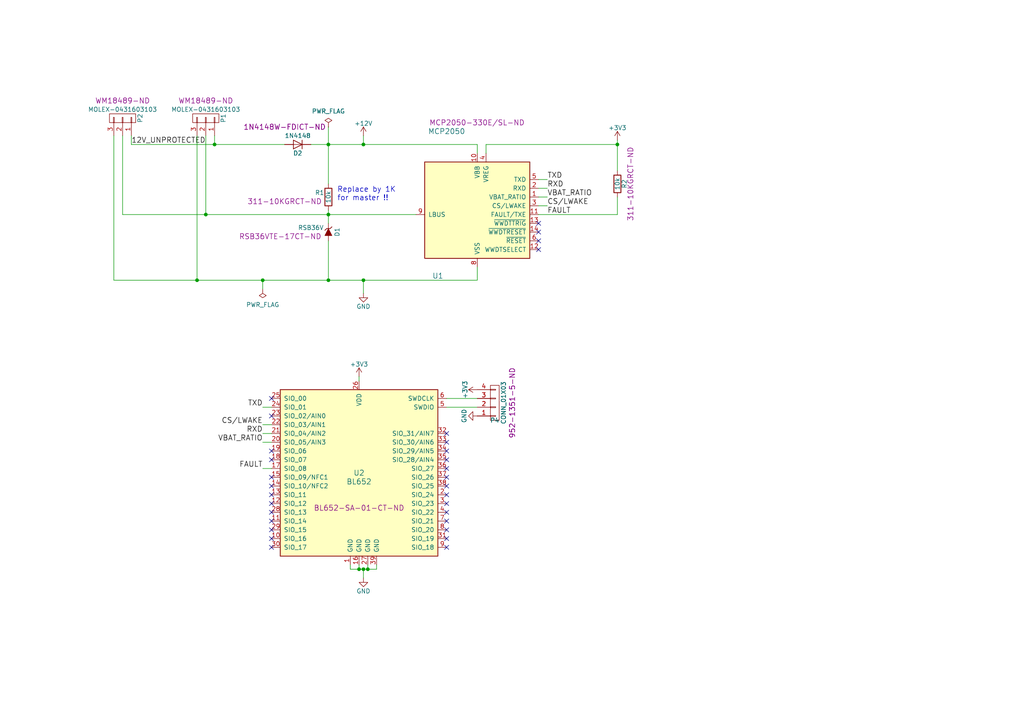
<source format=kicad_sch>
(kicad_sch (version 20230121) (generator eeschema)
  (paper "A4")
  (lib_symbols
    (symbol "lin_bluetooth_gateway-rescue:+12V" (power) (pin_names (offset 0))
      (property "Value" "+12V" (at 0 3.556 0))
      (symbol "+12V_0_1"
        (polyline (pts (xy -0.762 1.27) (xy 0 2.54)))
        (polyline (pts (xy 0 0) (xy 0 2.54)))
        (polyline (pts (xy 0 2.54) (xy 0.762 1.27)))
      )
      (symbol "+12V_1_1"
        (pin power_in line (at 0 0 90) (length 0) hide (name "+12V") (number "1"))
      )
    )
    (symbol "lin_bluetooth_gateway-rescue:+3V3" (power) (pin_names (offset 0))
      (property "Value" "+3V3" (at 0 3.556 0))
      (symbol "+3V3_0_1"
        (polyline (pts (xy -0.762 1.27) (xy 0 2.54)))
        (polyline (pts (xy 0 0) (xy 0 2.54)))
        (polyline (pts (xy 0 2.54) (xy 0.762 1.27)))
      )
      (symbol "+3V3_1_1"
        (pin power_in line (at 0 0 90) (length 0) hide (name "+3V3") (number "1"))
      )
    )
    (symbol "lin_bluetooth_gateway-rescue:BL652" (pin_names (offset 1.016))
      (property "Reference" "U" (at 0 1.27 0))
      (property "Value" "BL652" (at 0 -1.27 0))
      (symbol "BL652_0_1"
        (rectangle (start 22.86 25.4) (end -22.86 -22.86) (stroke (width 0.254)) (fill (type background)))
      )
      (symbol "BL652_1_1"
        (pin power_in line (at -2.54 -25.4 90) (length 2.54) (name "GND") (number "1"))
        (pin bidirectional line (at -25.4 -17.78 0) (length 2.54) (name "SIO_16") (number "10"))
        (pin bidirectional line (at -25.4 -12.7 0) (length 2.54) (name "SIO_14") (number "11"))
        (pin bidirectional line (at -25.4 -7.62 0) (length 2.54) (name "SIO_12") (number "12"))
        (pin bidirectional line (at -25.4 -5.08 0) (length 2.54) (name "SIO_11") (number "13"))
        (pin bidirectional line (at -25.4 -2.54 0) (length 2.54) (name "SIO_10/NFC2") (number "14"))
        (pin bidirectional line (at -25.4 0 0) (length 2.54) (name "SIO_09/NFC1") (number "15"))
        (pin power_in line (at 0 -25.4 90) (length 2.54) (name "GND") (number "16"))
        (pin bidirectional line (at -25.4 2.54 0) (length 2.54) (name "SIO_08") (number "17"))
        (pin bidirectional line (at -25.4 5.08 0) (length 2.54) (name "SIO_07") (number "18"))
        (pin bidirectional line (at -25.4 7.62 0) (length 2.54) (name "SIO_06") (number "19"))
        (pin bidirectional line (at 25.4 -5.08 180) (length 2.54) (name "SIO_24") (number "2"))
        (pin bidirectional line (at -25.4 10.16 0) (length 2.54) (name "SIO_05/AIN3") (number "20"))
        (pin bidirectional line (at -25.4 12.7 0) (length 2.54) (name "SIO_04/AIN2") (number "21"))
        (pin bidirectional line (at -25.4 15.24 0) (length 2.54) (name "SIO_03/AIN1") (number "22"))
        (pin bidirectional line (at -25.4 17.78 0) (length 2.54) (name "SIO_02/AIN0") (number "23"))
        (pin bidirectional line (at -25.4 20.32 0) (length 2.54) (name "SIO_01") (number "24"))
        (pin bidirectional line (at -25.4 22.86 0) (length 2.54) (name "SIO_00") (number "25"))
        (pin power_in line (at 0 27.94 270) (length 2.54) (name "VDD") (number "26"))
        (pin power_in line (at 2.54 -25.4 90) (length 2.54) (name "GND") (number "27"))
        (pin bidirectional line (at -25.4 -10.16 0) (length 2.54) (name "SIO_13") (number "28"))
        (pin bidirectional line (at -25.4 -15.24 0) (length 2.54) (name "SIO_15") (number "29"))
        (pin bidirectional line (at 25.4 -7.62 180) (length 2.54) (name "SIO_23") (number "3"))
        (pin bidirectional line (at -25.4 -20.32 0) (length 2.54) (name "SIO_17") (number "30"))
        (pin bidirectional line (at 25.4 -17.78 180) (length 2.54) (name "SIO_19") (number "31"))
        (pin bidirectional line (at 25.4 12.7 180) (length 2.54) (name "SIO_31/AIN7") (number "32"))
        (pin bidirectional line (at 25.4 10.16 180) (length 2.54) (name "SIO_30/AIN6") (number "33"))
        (pin bidirectional line (at 25.4 7.62 180) (length 2.54) (name "SIO_29/AIN5") (number "34"))
        (pin bidirectional line (at 25.4 5.08 180) (length 2.54) (name "SIO_28/AIN4") (number "35"))
        (pin bidirectional line (at 25.4 2.54 180) (length 2.54) (name "SIO_27") (number "36"))
        (pin bidirectional line (at 25.4 0 180) (length 2.54) (name "SIO_26") (number "37"))
        (pin bidirectional line (at 25.4 -2.54 180) (length 2.54) (name "SIO_25") (number "38"))
        (pin power_in line (at 5.08 -25.4 90) (length 2.54) (name "GND") (number "39"))
        (pin bidirectional line (at 25.4 -10.16 180) (length 2.54) (name "SIO_22") (number "4"))
        (pin bidirectional line (at 25.4 20.32 180) (length 2.54) (name "SWDIO") (number "5"))
        (pin bidirectional line (at 25.4 22.86 180) (length 2.54) (name "SWDCLK") (number "6"))
        (pin bidirectional line (at 25.4 -12.7 180) (length 2.54) (name "SIO_21") (number "7"))
        (pin bidirectional line (at 25.4 -15.24 180) (length 2.54) (name "SIO_20") (number "8"))
        (pin bidirectional line (at 25.4 -20.32 180) (length 2.54) (name "SIO_18") (number "9"))
      )
    )
    (symbol "lin_bluetooth_gateway-rescue:CONN_01X03" (pin_names (offset 1.016) hide)
      (property "Reference" "P" (at 0 5.08 0))
      (property "Value" "CONN_01X03" (at 2.54 0 90))
      (symbol "CONN_01X03_0_1"
        (rectangle (start -1.27 -2.413) (end 0.254 -2.667))
        (rectangle (start -1.27 0.127) (end 0.254 -0.127))
        (rectangle (start -1.27 2.667) (end 0.254 2.413))
        (rectangle (start -1.27 3.81) (end 1.27 -3.81))
      )
      (symbol "CONN_01X03_1_1"
        (pin passive line (at -5.08 2.54 0) (length 3.81) (name "P1") (number "1"))
        (pin passive line (at -5.08 0 0) (length 3.81) (name "P2") (number "2"))
        (pin passive line (at -5.08 -2.54 0) (length 3.81) (name "P3") (number "3"))
      )
    )
    (symbol "lin_bluetooth_gateway-rescue:CONN_01X04" (pin_names (offset 1.016) hide)
      (property "Reference" "P" (at 0 6.35 0))
      (property "Value" "CONN_01X04" (at 2.54 0 90))
      (symbol "CONN_01X04_0_1"
        (rectangle (start -1.27 -3.683) (end 0.254 -3.937))
        (rectangle (start -1.27 -1.143) (end 0.254 -1.397))
        (rectangle (start -1.27 1.397) (end 0.254 1.143))
        (rectangle (start -1.27 3.937) (end 0.254 3.683))
        (rectangle (start -1.27 5.08) (end 1.27 -5.08))
      )
      (symbol "CONN_01X04_1_1"
        (pin passive line (at -5.08 3.81 0) (length 3.81) (name "P1") (number "1"))
        (pin passive line (at -5.08 1.27 0) (length 3.81) (name "P2") (number "2"))
        (pin passive line (at -5.08 -1.27 0) (length 3.81) (name "P3") (number "3"))
        (pin passive line (at -5.08 -3.81 0) (length 3.81) (name "P4") (number "4"))
      )
    )
    (symbol "lin_bluetooth_gateway-rescue:D" (pin_numbers hide) (pin_names (offset 1.016) hide)
      (property "Reference" "D" (at 0 2.54 0))
      (property "Value" "D" (at 0 -2.54 0))
      (symbol "D_0_1"
        (polyline (pts (xy -1.27 1.27) (xy -1.27 -1.27)) (stroke (width 0.2032)))
        (polyline (pts (xy 1.27 0) (xy -1.27 0)))
        (polyline (pts (xy 1.27 1.27) (xy 1.27 -1.27) (xy -1.27 0) (xy 1.27 1.27)) (stroke (width 0.2032)))
      )
      (symbol "D_1_1"
        (pin passive line (at -3.81 0 0) (length 2.54) (name "K") (number "1"))
        (pin passive line (at 3.81 0 180) (length 2.54) (name "A") (number "2"))
      )
    )
    (symbol "lin_bluetooth_gateway-rescue:GND" (power) (pin_names (offset 0))
      (property "Value" "GND" (at 0 -3.81 0))
      (symbol "GND_0_1"
        (polyline (pts (xy 0 0) (xy 0 -1.27) (xy 1.27 -1.27) (xy 0 -2.54) (xy -1.27 -1.27) (xy 0 -1.27)))
      )
      (symbol "GND_1_1"
        (pin power_in line (at 0 0 270) (length 0) hide (name "GND") (number "1"))
      )
    )
    (symbol "lin_bluetooth_gateway-rescue:MCP2050" (pin_names (offset 1.016))
      (property "Reference" "U" (at -15.24 -13.97 0))
      (property "Value" "MCP2050" (at -15.24 16.51 0))
      (symbol "MCP2050_0_1"
        (rectangle (start -15.24 15.24) (end 15.24 -12.7) (stroke (width 0.254)) (fill (type background)))
      )
      (symbol "MCP2050_1_1"
        (pin output line (at 17.78 5.08 180) (length 2.54) (name "VBAT_RATIO") (number "1"))
        (pin power_in line (at 0 17.78 270) (length 2.54) (name "VBB") (number "10"))
        (pin open_collector line (at 17.78 0 180) (length 2.54) (name "FAULT/TXE") (number "11"))
        (pin input line (at 17.78 -10.16 180) (length 2.54) (name "WWDTSELECT") (number "12"))
        (pin input line (at 17.78 -2.54 180) (length 2.54) (name "~{WWDTTRIG}") (number "13"))
        (pin output line (at 17.78 -5.08 180) (length 2.54) (name "~{WWDTRESET}") (number "14"))
        (pin output line (at 17.78 7.62 180) (length 2.54) (name "RXD") (number "2"))
        (pin input line (at 17.78 2.54 180) (length 2.54) (name "CS/LWAKE") (number "3"))
        (pin power_out line (at 2.54 17.78 270) (length 2.54) (name "VREG") (number "4"))
        (pin input line (at 17.78 10.16 180) (length 2.54) (name "TXD") (number "5"))
        (pin output line (at 17.78 -7.62 180) (length 2.54) (name "~{RESET}") (number "6"))
        (pin no_connect line (at -17.78 -7.62 0) (length 2.54) hide (name "NC") (number "7"))
        (pin power_in line (at 0 -15.24 90) (length 2.54) (name "VSS") (number "8"))
        (pin open_collector line (at -17.78 0 0) (length 2.54) (name "LBUS") (number "9"))
      )
    )
    (symbol "lin_bluetooth_gateway-rescue:PWR_FLAG" (power) (pin_numbers hide) (pin_names (offset 0) hide)
      (property "Value" "PWR_FLAG" (at 0 3.81 0))
      (symbol "PWR_FLAG_0_0"
        (pin power_out line (at 0 0 90) (length 0) (name "pwr") (number "1"))
      )
      (symbol "PWR_FLAG_0_1"
        (polyline (pts (xy 0 0) (xy 0 1.27) (xy -1.016 1.905) (xy 0 2.54) (xy 1.016 1.905) (xy 0 1.27)))
      )
    )
    (symbol "lin_bluetooth_gateway-rescue:R" (pin_numbers hide) (pin_names (offset 0))
      (property "Reference" "R" (at 2.032 0 90))
      (property "Value" "R" (at 0 0 90))
      (symbol "R_0_1"
        (rectangle (start -1.016 -2.54) (end 1.016 2.54) (stroke (width 0.254)))
      )
      (symbol "R_1_1"
        (pin passive line (at 0 3.81 270) (length 1.27) (name "~") (number "1"))
        (pin passive line (at 0 -3.81 90) (length 1.27) (name "~") (number "2"))
      )
    )
    (symbol "lin_bluetooth_gateway-rescue:ZENERsmall" (pin_numbers hide) (pin_names (offset 1.016) hide)
      (property "Reference" "D" (at 0 2.54 0))
      (property "Value" "ZENERsmall" (at 0 -2.54 0))
      (symbol "ZENERsmall_0_1"
        (polyline (pts (xy -1.524 1.016) (xy -1.016 0.508) (xy -1.016 -0.508) (xy -0.508 -1.016)) (stroke (width 0.2032)))
        (polyline (pts (xy 1.016 1.016) (xy -1.016 0) (xy 1.016 -1.016) (xy 1.016 1.016)) (fill (type outline)))
      )
      (symbol "ZENERsmall_1_1"
        (pin passive line (at -2.54 0 0) (length 1.524) (name "K") (number "1"))
        (pin passive line (at 2.54 0 180) (length 1.524) (name "A") (number "2"))
      )
    )
  )
  (junction (at 105.41 41.91))
  (junction (at 106.68 165.1))
  (junction (at 76.2 81.28))
  (junction (at 62.23 41.91))
  (junction (at 179.07 41.91))
  (junction (at 104.14 165.1))
  (junction (at 95.25 41.91))
  (junction (at 95.25 81.28))
  (junction (at 105.41 81.28))
  (junction (at 57.15 81.28))
  (junction (at 59.69 62.23))
  (junction (at 105.41 165.1))
  (junction (at 95.25 62.23))
  (no_connect (at 156.21 64.77))
  (no_connect (at 156.21 69.85))
  (no_connect (at 78.74 140.97))
  (no_connect (at 129.54 133.35))
  (no_connect (at 129.54 143.51))
  (no_connect (at 156.21 67.31))
  (no_connect (at 129.54 140.97))
  (no_connect (at 78.74 148.59))
  (no_connect (at 78.74 153.67))
  (no_connect (at 78.74 151.13))
  (no_connect (at 78.74 138.43))
  (no_connect (at 78.74 120.65))
  (no_connect (at 129.54 146.05))
  (no_connect (at 78.74 146.05))
  (no_connect (at 129.54 125.73))
  (no_connect (at 129.54 156.21))
  (no_connect (at 78.74 130.81))
  (no_connect (at 78.74 158.75))
  (no_connect (at 156.21 72.39))
  (no_connect (at 129.54 138.43))
  (no_connect (at 129.54 128.27))
  (no_connect (at 129.54 148.59))
  (no_connect (at 78.74 115.57))
  (no_connect (at 78.74 143.51))
  (no_connect (at 129.54 153.67))
  (no_connect (at 129.54 158.75))
  (no_connect (at 78.74 133.35))
  (no_connect (at 129.54 130.81))
  (no_connect (at 78.74 156.21))
  (no_connect (at 129.54 151.13))
  (no_connect (at 129.54 135.89))
  (wire (pts (xy 129.54 115.57) (xy 138.43 115.57)))
  (wire (pts (xy 59.69 62.23) (xy 95.25 62.23)))
  (wire (pts (xy 33.02 81.28) (xy 57.15 81.28)))
  (wire (pts (xy 179.07 62.23) (xy 156.21 62.23)))
  (wire (pts (xy 105.41 41.91) (xy 138.43 41.91)))
  (wire (pts (xy 38.1 41.91) (xy 62.23 41.91)))
  (wire (pts (xy 101.6 163.83) (xy 101.6 165.1)))
  (wire (pts (xy 76.2 83.82) (xy 76.2 81.28)))
  (wire (pts (xy 106.68 165.1) (xy 109.22 165.1)))
  (wire (pts (xy 38.1 39.37) (xy 38.1 41.91)))
  (wire (pts (xy 105.41 41.91) (xy 105.41 39.37)))
  (wire (pts (xy 138.43 81.28) (xy 138.43 77.47)))
  (wire (pts (xy 95.25 36.83) (xy 95.25 41.91)))
  (wire (pts (xy 109.22 165.1) (xy 109.22 163.83)))
  (wire (pts (xy 95.25 60.96) (xy 95.25 62.23)))
  (wire (pts (xy 57.15 81.28) (xy 76.2 81.28)))
  (wire (pts (xy 138.43 41.91) (xy 138.43 44.45)))
  (wire (pts (xy 179.07 40.64) (xy 179.07 41.91)))
  (wire (pts (xy 95.25 41.91) (xy 105.41 41.91)))
  (wire (pts (xy 104.14 165.1) (xy 105.41 165.1)))
  (wire (pts (xy 35.56 39.37) (xy 35.56 62.23)))
  (wire (pts (xy 78.74 125.73) (xy 76.2 125.73)))
  (wire (pts (xy 95.25 69.85) (xy 95.25 81.28)))
  (wire (pts (xy 140.97 44.45) (xy 140.97 41.91)))
  (wire (pts (xy 138.43 118.11) (xy 129.54 118.11)))
  (wire (pts (xy 158.75 52.07) (xy 156.21 52.07)))
  (wire (pts (xy 156.21 54.61) (xy 158.75 54.61)))
  (wire (pts (xy 95.25 81.28) (xy 105.41 81.28)))
  (wire (pts (xy 78.74 128.27) (xy 76.2 128.27)))
  (wire (pts (xy 158.75 57.15) (xy 156.21 57.15)))
  (wire (pts (xy 90.17 41.91) (xy 95.25 41.91)))
  (wire (pts (xy 156.21 59.69) (xy 158.75 59.69)))
  (wire (pts (xy 101.6 165.1) (xy 104.14 165.1)))
  (wire (pts (xy 140.97 41.91) (xy 179.07 41.91)))
  (wire (pts (xy 179.07 57.15) (xy 179.07 62.23)))
  (wire (pts (xy 78.74 123.19) (xy 76.2 123.19)))
  (wire (pts (xy 59.69 39.37) (xy 59.69 62.23)))
  (wire (pts (xy 62.23 39.37) (xy 62.23 41.91)))
  (wire (pts (xy 105.41 81.28) (xy 105.41 85.09)))
  (wire (pts (xy 76.2 81.28) (xy 95.25 81.28)))
  (wire (pts (xy 179.07 41.91) (xy 179.07 49.53)))
  (wire (pts (xy 105.41 165.1) (xy 106.68 165.1)))
  (wire (pts (xy 57.15 39.37) (xy 57.15 81.28)))
  (wire (pts (xy 105.41 81.28) (xy 138.43 81.28)))
  (wire (pts (xy 105.41 165.1) (xy 105.41 167.64)))
  (wire (pts (xy 76.2 118.11) (xy 78.74 118.11)))
  (wire (pts (xy 62.23 41.91) (xy 82.55 41.91)))
  (wire (pts (xy 95.25 62.23) (xy 120.65 62.23)))
  (wire (pts (xy 95.25 41.91) (xy 95.25 53.34)))
  (wire (pts (xy 95.25 62.23) (xy 95.25 64.77)))
  (wire (pts (xy 78.74 135.89) (xy 76.2 135.89)))
  (wire (pts (xy 35.56 62.23) (xy 59.69 62.23)))
  (wire (pts (xy 104.14 163.83) (xy 104.14 165.1)))
  (wire (pts (xy 33.02 39.37) (xy 33.02 81.28)))
  (wire (pts (xy 106.68 163.83) (xy 106.68 165.1)))
  (wire (pts (xy 104.14 110.49) (xy 104.14 109.22)))
  (text "Replace by 1K\nfor master !!" (at 97.79 58.42 0) (effects (font (size 1.524 1.524)) (justify left bottom)))
  (label "RXD" (at 76.2 125.73 180) (effects (font (size 1.524 1.524))))
  (label "TXD" (at 158.75 52.07 0) (effects (font (size 1.524 1.524))))
  (label "FAULT" (at 76.2 135.89 180) (effects (font (size 1.524 1.524))))
  (label "VBAT_RATIO" (at 76.2 128.27 180) (effects (font (size 1.524 1.524))))
  (label "12V_UNPROTECTED" (at 38.1 41.91 0) (effects (font (size 1.524 1.524))))
  (label "VBAT_RATIO" (at 158.75 57.15 0) (effects (font (size 1.524 1.524))))
  (label "TXD" (at 76.2 118.11 180) (effects (font (size 1.524 1.524))))
  (label "CS/LWAKE" (at 158.75 59.69 0) (effects (font (size 1.524 1.524))))
  (label "RXD" (at 158.75 54.61 0) (effects (font (size 1.524 1.524))))
  (label "FAULT" (at 158.75 62.23 0) (effects (font (size 1.524 1.524))))
  (label "CS/LWAKE" (at 76.2 123.19 180) (effects (font (size 1.524 1.524))))
  (symbol (lib_id "lin_bluetooth_gateway-rescue:BL652") (at 104.14 138.43 0) (unit 1)
    (property "Reference" "U2" (at 104.14 137.16 0) (effects (font (size 1.524 1.524))))
    (property "Value" "BL652" (at 104.14 139.7 0) (effects (font (size 1.524 1.524))))
    (property "Footprint" "RF_Modules:Laird_BL652" (effects hide))
    (property "DIGIKEY" "BL652-SA-01-CT-ND" (at 104.14 147.32 0) (effects (font (size 1.524 1.524))))
  )
  (symbol (lib_id "lin_bluetooth_gateway-rescue:GND") (at 105.41 85.09 0) (unit 1)
    (property "Reference" "#PWR01" (effects hide))
    (property "Value" "GND" (at 105.41 88.9 0))
  )
  (symbol (lib_id "lin_bluetooth_gateway-rescue:GND") (at 105.41 167.64 0) (unit 1)
    (property "Reference" "#PWR02" (effects hide))
    (property "Value" "GND" (at 105.41 171.45 0))
  )
  (symbol (lib_id "lin_bluetooth_gateway-rescue:MCP2050") (at 138.43 62.23 0) (unit 1)
    (property "Reference" "U1" (at 127 80.01 0) (effects (font (size 1.524 1.524))))
    (property "Value" "MCP2050" (at 129.54 38.1 0) (effects (font (size 1.524 1.524))))
    (property "Footprint" "Housings_SOIC:SOIC-14_3.9x8.7mm_Pitch1.27mm" (effects hide))
    (property "Datasheet" "http://ww1.microchip.com/downloads/en/DeviceDoc/22299B.pdf" (effects hide))
    (property "DIGIKEY" "MCP2050-330E/SL-ND" (at 124.46 35.56 0) (effects (font (size 1.524 1.524)) (justify left)))
  )
  (symbol (lib_id "lin_bluetooth_gateway-rescue:+12V") (at 105.41 39.37 0) (unit 1)
    (property "Reference" "#PWR03" (effects hide))
    (property "Value" "+12V" (at 105.41 35.814 0))
  )
  (symbol (lib_id "lin_bluetooth_gateway-rescue:R") (at 179.07 53.34 0) (unit 1)
    (property "Reference" "R2" (at 181.102 53.34 90))
    (property "Value" "10k" (at 179.07 53.34 90))
    (property "Footprint" "Resistors_SMD:R_0603_HandSoldering" (effects hide))
    (property "DIGIKEY" "311-10KGRCT-ND" (at 182.88 53.34 90) (effects (font (size 1.524 1.524))))
  )
  (symbol (lib_id "lin_bluetooth_gateway-rescue:PWR_FLAG") (at 95.25 36.83 0) (unit 1)
    (property "Reference" "#FLG04" (effects hide))
    (property "Value" "PWR_FLAG" (at 95.25 32.258 0))
  )
  (symbol (lib_id "lin_bluetooth_gateway-rescue:PWR_FLAG") (at 76.2 83.82 180) (unit 1)
    (property "Reference" "#FLG05" (effects hide))
    (property "Value" "PWR_FLAG" (at 76.2 88.392 0))
  )
  (symbol (lib_id "lin_bluetooth_gateway-rescue:CONN_01X04") (at 143.51 116.84 0) (mirror x) (unit 1)
    (property "Reference" "P4" (at 143.51 121.92 0))
    (property "Value" "CONN_01X03" (at 146.05 116.84 90))
    (property "Footprint" "Pin_Headers:Pin_Header_Straight_1x04_Pitch2.00mm" (effects hide))
    (property "DIGIKEY" "952-1351-5-ND" (at 148.59 116.84 90) (effects (font (size 1.524 1.524))))
  )
  (symbol (lib_id "lin_bluetooth_gateway-rescue:GND") (at 138.43 120.65 270) (unit 1)
    (property "Reference" "#PWR06" (effects hide))
    (property "Value" "GND" (at 134.62 120.65 0))
  )
  (symbol (lib_id "lin_bluetooth_gateway-rescue:D") (at 86.36 41.91 180) (unit 1)
    (property "Reference" "D2" (at 86.36 44.45 0))
    (property "Value" "1N4148" (at 86.36 39.37 0))
    (property "Footprint" "Diodes_SMD:SOD-123" (effects hide))
    (property "Datasheet" "http://www.diodes.com/_files/datasheets/ds30086.pdf" (effects hide))
    (property "DIGIKEY" "1N4148W-FDICT-ND" (at 82.55 36.83 0) (effects (font (size 1.524 1.524))))
  )
  (symbol (lib_id "lin_bluetooth_gateway-rescue:ZENERsmall") (at 95.25 67.31 270) (unit 1)
    (property "Reference" "D1" (at 97.79 67.31 0))
    (property "Value" "RSB36V" (at 90.17 66.04 90))
    (property "Footprint" "Diodes_SMD:SOD-323_HandSoldering" (effects hide))
    (property "Datasheet" "http://rohmfs.rohm.com/en/products/databook/datasheet/discrete/diode/zener/rsb36v.pdf" (effects hide))
    (property "DIGIKEY" "RSB36VTE-17CT-ND" (at 81.28 68.58 90) (effects (font (size 1.524 1.524))))
  )
  (symbol (lib_id "lin_bluetooth_gateway-rescue:+3V3") (at 179.07 40.64 0) (unit 1)
    (property "Reference" "#PWR07" (effects hide))
    (property "Value" "+3V3" (at 179.07 37.084 0))
  )
  (symbol (lib_id "lin_bluetooth_gateway-rescue:+3V3") (at 138.43 113.03 90) (unit 1)
    (property "Reference" "#PWR08" (effects hide))
    (property "Value" "+3V3" (at 134.874 113.03 0))
  )
  (symbol (lib_id "lin_bluetooth_gateway-rescue:R") (at 95.25 57.15 0) (unit 1)
    (property "Reference" "R1" (at 92.71 55.88 0))
    (property "Value" "10k" (at 95.25 57.15 90))
    (property "Footprint" "Resistors_SMD:R_0603_HandSoldering" (effects hide))
    (property "DIGIKEY" "311-10KGRCT-ND" (at 82.55 58.42 0) (effects (font (size 1.524 1.524))))
  )
  (symbol (lib_id "lin_bluetooth_gateway-rescue:CONN_01X03") (at 59.69 34.29 270) (mirror x) (unit 1)
    (property "Reference" "P1" (at 64.77 34.29 0))
    (property "Value" "MOLEX-0431603103" (at 59.69 31.75 90))
    (property "Footprint" "Connectors_Molex:Molex_Sabre_43160-XX03_03x7.49mm_Angled_BoardLock" (effects hide))
    (property "Datasheet" "http://www.molex.com/pdm_docs/sd/431603103_sd.pdf" (effects hide))
    (property "DIGIKEY" "WM18489-ND" (at 59.69 29.21 90) (effects (font (size 1.524 1.524))))
  )
  (symbol (lib_id "lin_bluetooth_gateway-rescue:CONN_01X03") (at 35.56 34.29 270) (mirror x) (unit 1)
    (property "Reference" "P2" (at 40.64 34.29 0))
    (property "Value" "MOLEX-0431603103" (at 35.56 31.75 90))
    (property "Footprint" "Connectors_Molex:Molex_Sabre_43160-XX03_03x7.49mm_Angled_BoardLock" (effects hide))
    (property "Datasheet" "http://www.molex.com/pdm_docs/sd/431603103_sd.pdf" (effects hide))
    (property "DIGIKEY" "WM18489-ND" (at 35.56 29.21 90) (effects (font (size 1.524 1.524))))
  )
  (symbol (lib_id "lin_bluetooth_gateway-rescue:+3V3") (at 104.14 109.22 0) (unit 1)
    (property "Reference" "#PWR09" (effects hide))
    (property "Value" "+3V3" (at 104.14 105.664 0))
  )
)
</source>
